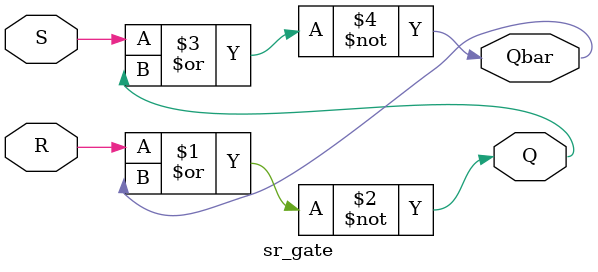
<source format=v>
module sr_gate(
    input S,
    input R,
    output Q,
    output Qbar
);
    nor nor1(Q, R, Qbar);
    nor nor2(Qbar, S, Q);
endmodule
</source>
